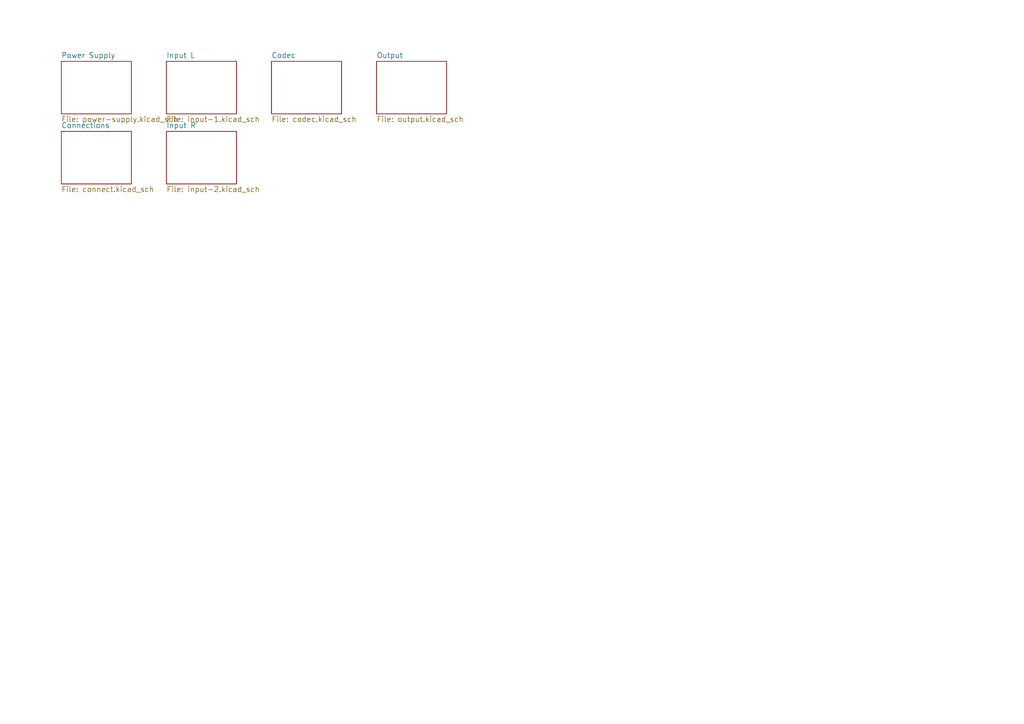
<source format=kicad_sch>
(kicad_sch (version 20211123) (generator eeschema)
  (paper "A4")
  (title_block (title "Pédale Vite v2 — Audio interface") (date "2019-10-28") (company "Laurent DE SORAS"))
  (lib_symbols)
  (sheet (at 17.78 17.78) (size 20.32 15.24)
    (property "Sheet name" "Power Supply" (at 17.78 16.9414 0) (effects (font (size 1.524 1.524)) (justify left bottom)))
    (property "Sheet file" "power-supply.kicad_sch" (at 17.78 33.7062 0) (effects (font (size 1.524 1.524)) (justify left top)))
  )
  (sheet (at 78.74 17.78) (size 20.32 15.24)
    (property "Sheet name" "Codec" (at 78.74 16.9414 0) (effects (font (size 1.524 1.524)) (justify left bottom)))
    (property "Sheet file" "codec.kicad_sch" (at 78.74 33.7062 0) (effects (font (size 1.524 1.524)) (justify left top)))
  )
  (sheet (at 48.26 17.78) (size 20.32 15.24)
    (property "Sheet name" "Input L" (at 48.26 16.9414 0) (effects (font (size 1.524 1.524)) (justify left bottom)))
    (property "Sheet file" "input-1.kicad_sch" (at 48.26 33.7062 0) (effects (font (size 1.524 1.524)) (justify left top)))
  )
  (sheet (at 48.26 38.1) (size 20.32 15.24)
    (property "Sheet name" "Input R" (at 48.26 37.2614 0) (effects (font (size 1.524 1.524)) (justify left bottom)))
    (property "Sheet file" "input-2.kicad_sch" (at 48.26 54.0262 0) (effects (font (size 1.524 1.524)) (justify left top)))
  )
  (sheet (at 109.22 17.78) (size 20.32 15.24)
    (property "Sheet name" "Output" (at 109.22 16.9414 0) (effects (font (size 1.524 1.524)) (justify left bottom)))
    (property "Sheet file" "output.kicad_sch" (at 109.22 33.7062 0) (effects (font (size 1.524 1.524)) (justify left top)))
  )
  (sheet (at 17.78 38.1) (size 20.32 15.24)
    (property "Sheet name" "Connections" (at 17.78 37.2614 0) (effects (font (size 1.524 1.524)) (justify left bottom)))
    (property "Sheet file" "connect.kicad_sch" (at 17.78 54.0262 0) (effects (font (size 1.524 1.524)) (justify left top)))
  )
)
</source>
